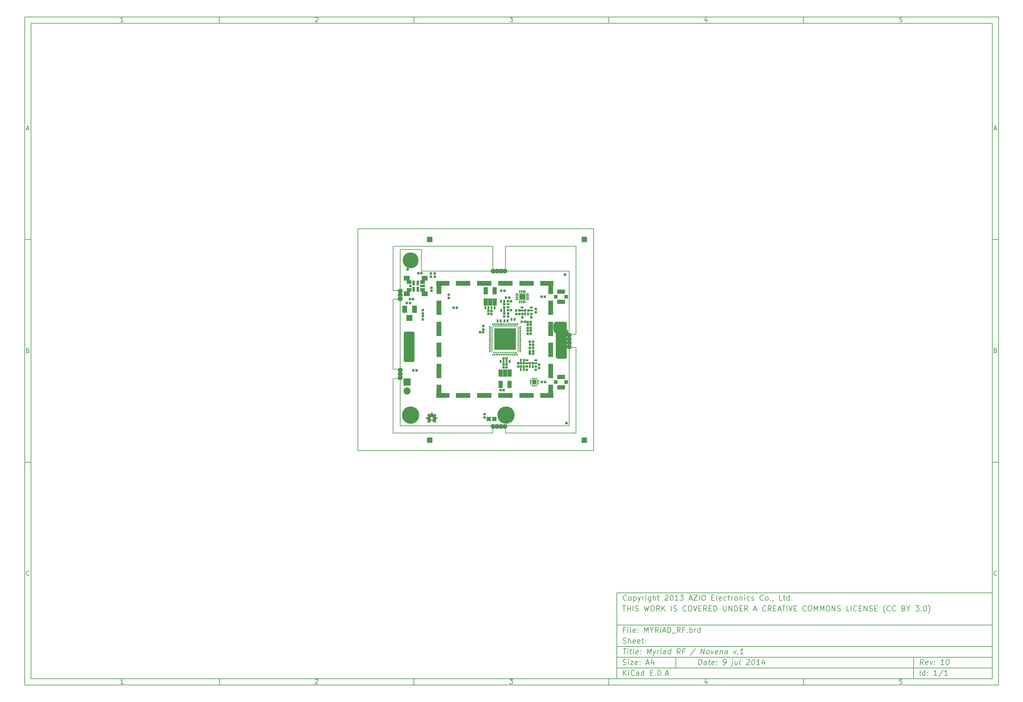
<source format=gts>
G04 (created by PCBNEW (2013-07-07 BZR 4022)-stable) date 09/07/2014 14:33:10*
%MOIN*%
G04 Gerber Fmt 3.4, Leading zero omitted, Abs format*
%FSLAX34Y34*%
G01*
G70*
G90*
G04 APERTURE LIST*
%ADD10C,0.00590551*%
%ADD11C,0.0077*%
%ADD12R,0.0592X0.0592*%
%ADD13C,0.0314961*%
%ADD14C,0.019637*%
%ADD15C,0.0554*%
%ADD16C,0.0357*%
%ADD17R,0.0273X0.0253*%
%ADD18R,0.0253X0.0273*%
%ADD19R,0.0218X0.0337*%
%ADD20R,0.0337X0.0218*%
%ADD21R,0.0273X0.0273*%
%ADD22C,0.193228*%
%ADD23R,0.0453X0.0803*%
%ADD24R,0.0357X0.0409*%
%ADD25R,0.022X0.0314*%
%ADD26R,0.0476X0.0295*%
%ADD27R,0.0527X0.0295*%
%ADD28R,0.0554X0.0295*%
%ADD29R,0.0759X0.0295*%
%ADD30R,0.0219X0.0295*%
%ADD31R,0.0219X0.0283*%
%ADD32R,0.022X0.0295*%
%ADD33R,0.0219X0.0371*%
%ADD34R,0.0219X0.0542*%
%ADD35R,0.0219X0.0504*%
%ADD36R,0.0219X0.0294*%
%ADD37R,0.0219X0.0409*%
%ADD38R,0.0219X0.058*%
%ADD39R,0.0219X0.0675*%
%ADD40R,0.0219X0.0789*%
%ADD41R,0.0219X0.0846*%
%ADD42R,0.0219X0.0903*%
%ADD43R,0.0219X0.0979*%
%ADD44R,0.0219X0.0485*%
%ADD45R,0.0219X0.0447*%
%ADD46R,0.0219X0.0428*%
%ADD47R,0.0219X0.039*%
%ADD48R,0.0219X0.0333*%
%ADD49R,0.0219X0.0276*%
%ADD50R,0.0219X0.0238*%
%ADD51R,0.0219X0.0637*%
%ADD52R,0.0219X0.0751*%
%ADD53R,0.0219X0.0314*%
%ADD54R,0.0219X0.0257*%
%ADD55R,0.022X0.034*%
%ADD56R,0.0219X0.0535*%
%ADD57R,0.0219X0.0352*%
%ADD58R,0.0219X0.0561*%
%ADD59R,0.0219X0.0599*%
%ADD60R,0.0219X0.0523*%
%ADD61R,0.0219X0.0466*%
%ADD62R,0.0791X0.0295*%
%ADD63R,0.0357X0.0295*%
%ADD64R,0.022X0.058*%
%ADD65R,0.0219X0.0618*%
%ADD66R,0.0495X0.0295*%
%ADD67R,0.0417X0.0295*%
%ADD68R,0.0924X0.0295*%
%ADD69R,0.0219X0.3981*%
%ADD70R,0.0129921X0.0248031*%
%ADD71R,0.0248031X0.0129921*%
%ADD72R,0.0464567X0.0464567*%
%ADD73R,0.240146X0.240146*%
%ADD74R,0.0235X0.0393*%
%ADD75R,0.0155X0.0155*%
%ADD76R,0.0155X0.0215*%
%ADD77R,0.0215X0.0155*%
%ADD78R,0.0711811X0.0711811*%
%ADD79R,0.0554331X0.0829921*%
%ADD80R,0.0797X0.0797*%
%ADD81C,0.0797*%
%ADD82R,0.066974X0.055074*%
%ADD83R,0.0314961X0.0570866*%
%ADD84R,0.0570866X0.0433071*%
%ADD85R,0.0275591X0.0314961*%
%ADD86R,0.0570866X0.0314961*%
%ADD87R,0.0514X0.0514*%
%ADD88C,0.17748*%
%ADD89R,0.070837X0.070837*%
%ADD90O,0.037437X0.015637*%
%ADD91O,0.037437X0.016137*%
%ADD92O,0.037437X0.015737*%
%ADD93O,0.015737X0.037437*%
%ADD94R,0.015737X0.037437*%
%ADD95O,0.016137X0.037437*%
%ADD96R,0.0433071X0.0433071*%
%ADD97R,0.0905512X0.0452756*%
%ADD98R,0.1649X0.0546*%
%ADD99R,0.1453X0.0546*%
%ADD100R,0.0546X0.1453*%
%ADD101R,0.0546X0.1649*%
%ADD102R,0.0216992X0.00849921*%
%ADD103R,0.0238992X0.00849921*%
%ADD104R,0.0260992X0.00849921*%
%ADD105R,0.0106992X0.00849921*%
%ADD106R,0.0128992X0.00849921*%
%ADD107R,0.0150992X0.00849921*%
%ADD108R,0.0172992X0.00849921*%
%ADD109R,0.0370992X0.00849921*%
%ADD110R,0.0480992X0.00849921*%
%ADD111R,0.0282992X0.00849921*%
%ADD112R,0.100899X0.00849921*%
%ADD113R,0.0964992X0.00849921*%
%ADD114R,0.0920992X0.00849921*%
%ADD115R,0.0898992X0.00849921*%
%ADD116R,0.0876992X0.00849921*%
%ADD117R,0.0832992X0.00849921*%
%ADD118R,0.0436992X0.00849921*%
%ADD119R,0.0392992X0.00849921*%
%ADD120R,0.0414992X0.00849921*%
%ADD121R,0.0458992X0.00849921*%
%ADD122R,0.0502992X0.00849921*%
%ADD123R,0.0524992X0.00849921*%
%ADD124R,0.0348992X0.00849921*%
%ADD125R,0.00849921X0.00849921*%
%ADD126R,0.0194992X0.00849921*%
%ADD127C,0.0039*%
G04 APERTURE END LIST*
G54D10*
X4000Y-4000D02*
X112930Y-4000D01*
X112930Y-78680D01*
X4000Y-78680D01*
X4000Y-4000D01*
X4700Y-4700D02*
X112230Y-4700D01*
X112230Y-77980D01*
X4700Y-77980D01*
X4700Y-4700D01*
X25780Y-4000D02*
X25780Y-4700D01*
X15032Y-4552D02*
X14747Y-4552D01*
X14890Y-4552D02*
X14890Y-4052D01*
X14842Y-4123D01*
X14794Y-4171D01*
X14747Y-4195D01*
X25780Y-78680D02*
X25780Y-77980D01*
X15032Y-78532D02*
X14747Y-78532D01*
X14890Y-78532D02*
X14890Y-78032D01*
X14842Y-78103D01*
X14794Y-78151D01*
X14747Y-78175D01*
X47560Y-4000D02*
X47560Y-4700D01*
X36527Y-4100D02*
X36550Y-4076D01*
X36598Y-4052D01*
X36717Y-4052D01*
X36765Y-4076D01*
X36789Y-4100D01*
X36812Y-4147D01*
X36812Y-4195D01*
X36789Y-4266D01*
X36503Y-4552D01*
X36812Y-4552D01*
X47560Y-78680D02*
X47560Y-77980D01*
X36527Y-78080D02*
X36550Y-78056D01*
X36598Y-78032D01*
X36717Y-78032D01*
X36765Y-78056D01*
X36789Y-78080D01*
X36812Y-78127D01*
X36812Y-78175D01*
X36789Y-78246D01*
X36503Y-78532D01*
X36812Y-78532D01*
X69340Y-4000D02*
X69340Y-4700D01*
X58283Y-4052D02*
X58592Y-4052D01*
X58426Y-4242D01*
X58497Y-4242D01*
X58545Y-4266D01*
X58569Y-4290D01*
X58592Y-4338D01*
X58592Y-4457D01*
X58569Y-4504D01*
X58545Y-4528D01*
X58497Y-4552D01*
X58354Y-4552D01*
X58307Y-4528D01*
X58283Y-4504D01*
X69340Y-78680D02*
X69340Y-77980D01*
X58283Y-78032D02*
X58592Y-78032D01*
X58426Y-78222D01*
X58497Y-78222D01*
X58545Y-78246D01*
X58569Y-78270D01*
X58592Y-78318D01*
X58592Y-78437D01*
X58569Y-78484D01*
X58545Y-78508D01*
X58497Y-78532D01*
X58354Y-78532D01*
X58307Y-78508D01*
X58283Y-78484D01*
X91120Y-4000D02*
X91120Y-4700D01*
X80325Y-4219D02*
X80325Y-4552D01*
X80206Y-4028D02*
X80087Y-4385D01*
X80396Y-4385D01*
X91120Y-78680D02*
X91120Y-77980D01*
X80325Y-78199D02*
X80325Y-78532D01*
X80206Y-78008D02*
X80087Y-78365D01*
X80396Y-78365D01*
X102129Y-4052D02*
X101890Y-4052D01*
X101867Y-4290D01*
X101890Y-4266D01*
X101938Y-4242D01*
X102057Y-4242D01*
X102105Y-4266D01*
X102129Y-4290D01*
X102152Y-4338D01*
X102152Y-4457D01*
X102129Y-4504D01*
X102105Y-4528D01*
X102057Y-4552D01*
X101938Y-4552D01*
X101890Y-4528D01*
X101867Y-4504D01*
X102129Y-78032D02*
X101890Y-78032D01*
X101867Y-78270D01*
X101890Y-78246D01*
X101938Y-78222D01*
X102057Y-78222D01*
X102105Y-78246D01*
X102129Y-78270D01*
X102152Y-78318D01*
X102152Y-78437D01*
X102129Y-78484D01*
X102105Y-78508D01*
X102057Y-78532D01*
X101938Y-78532D01*
X101890Y-78508D01*
X101867Y-78484D01*
X4000Y-28890D02*
X4700Y-28890D01*
X4230Y-16509D02*
X4469Y-16509D01*
X4183Y-16652D02*
X4350Y-16152D01*
X4516Y-16652D01*
X112930Y-28890D02*
X112230Y-28890D01*
X112460Y-16509D02*
X112699Y-16509D01*
X112413Y-16652D02*
X112580Y-16152D01*
X112746Y-16652D01*
X4000Y-53780D02*
X4700Y-53780D01*
X4385Y-41280D02*
X4457Y-41304D01*
X4480Y-41328D01*
X4504Y-41375D01*
X4504Y-41447D01*
X4480Y-41494D01*
X4457Y-41518D01*
X4409Y-41542D01*
X4219Y-41542D01*
X4219Y-41042D01*
X4385Y-41042D01*
X4433Y-41066D01*
X4457Y-41090D01*
X4480Y-41137D01*
X4480Y-41185D01*
X4457Y-41232D01*
X4433Y-41256D01*
X4385Y-41280D01*
X4219Y-41280D01*
X112930Y-53780D02*
X112230Y-53780D01*
X112615Y-41280D02*
X112687Y-41304D01*
X112710Y-41328D01*
X112734Y-41375D01*
X112734Y-41447D01*
X112710Y-41494D01*
X112687Y-41518D01*
X112639Y-41542D01*
X112449Y-41542D01*
X112449Y-41042D01*
X112615Y-41042D01*
X112663Y-41066D01*
X112687Y-41090D01*
X112710Y-41137D01*
X112710Y-41185D01*
X112687Y-41232D01*
X112663Y-41256D01*
X112615Y-41280D01*
X112449Y-41280D01*
X4504Y-66384D02*
X4480Y-66408D01*
X4409Y-66432D01*
X4361Y-66432D01*
X4290Y-66408D01*
X4242Y-66360D01*
X4219Y-66313D01*
X4195Y-66218D01*
X4195Y-66146D01*
X4219Y-66051D01*
X4242Y-66003D01*
X4290Y-65956D01*
X4361Y-65932D01*
X4409Y-65932D01*
X4480Y-65956D01*
X4504Y-65980D01*
X112734Y-66384D02*
X112710Y-66408D01*
X112639Y-66432D01*
X112591Y-66432D01*
X112520Y-66408D01*
X112472Y-66360D01*
X112449Y-66313D01*
X112425Y-66218D01*
X112425Y-66146D01*
X112449Y-66051D01*
X112472Y-66003D01*
X112520Y-65956D01*
X112591Y-65932D01*
X112639Y-65932D01*
X112710Y-65956D01*
X112734Y-65980D01*
X79380Y-76422D02*
X79455Y-75822D01*
X79597Y-75822D01*
X79680Y-75851D01*
X79730Y-75908D01*
X79751Y-75965D01*
X79765Y-76080D01*
X79755Y-76165D01*
X79712Y-76280D01*
X79676Y-76337D01*
X79612Y-76394D01*
X79522Y-76422D01*
X79380Y-76422D01*
X80237Y-76422D02*
X80276Y-76108D01*
X80255Y-76051D01*
X80201Y-76022D01*
X80087Y-76022D01*
X80026Y-76051D01*
X80240Y-76394D02*
X80180Y-76422D01*
X80037Y-76422D01*
X79983Y-76394D01*
X79962Y-76337D01*
X79969Y-76280D01*
X80005Y-76222D01*
X80065Y-76194D01*
X80208Y-76194D01*
X80269Y-76165D01*
X80487Y-76022D02*
X80715Y-76022D01*
X80597Y-75822D02*
X80533Y-76337D01*
X80555Y-76394D01*
X80608Y-76422D01*
X80665Y-76422D01*
X81097Y-76394D02*
X81037Y-76422D01*
X80922Y-76422D01*
X80869Y-76394D01*
X80847Y-76337D01*
X80876Y-76108D01*
X80912Y-76051D01*
X80972Y-76022D01*
X81087Y-76022D01*
X81140Y-76051D01*
X81162Y-76108D01*
X81155Y-76165D01*
X80862Y-76222D01*
X81387Y-76365D02*
X81412Y-76394D01*
X81380Y-76422D01*
X81355Y-76394D01*
X81387Y-76365D01*
X81380Y-76422D01*
X81426Y-76051D02*
X81451Y-76080D01*
X81419Y-76108D01*
X81394Y-76080D01*
X81426Y-76051D01*
X81419Y-76108D01*
X82151Y-76422D02*
X82265Y-76422D01*
X82326Y-76394D01*
X82358Y-76365D01*
X82426Y-76280D01*
X82469Y-76165D01*
X82497Y-75937D01*
X82476Y-75880D01*
X82451Y-75851D01*
X82397Y-75822D01*
X82283Y-75822D01*
X82222Y-75851D01*
X82190Y-75880D01*
X82155Y-75937D01*
X82137Y-76080D01*
X82158Y-76137D01*
X82183Y-76165D01*
X82237Y-76194D01*
X82351Y-76194D01*
X82412Y-76165D01*
X82444Y-76137D01*
X82480Y-76080D01*
X83201Y-76022D02*
X83137Y-76537D01*
X83101Y-76594D01*
X83040Y-76622D01*
X83012Y-76622D01*
X83226Y-75822D02*
X83194Y-75851D01*
X83219Y-75880D01*
X83251Y-75851D01*
X83226Y-75822D01*
X83219Y-75880D01*
X83744Y-76022D02*
X83694Y-76422D01*
X83487Y-76022D02*
X83447Y-76337D01*
X83469Y-76394D01*
X83522Y-76422D01*
X83608Y-76422D01*
X83669Y-76394D01*
X83701Y-76365D01*
X84065Y-76422D02*
X84012Y-76394D01*
X83990Y-76337D01*
X84055Y-75822D01*
X84790Y-75880D02*
X84822Y-75851D01*
X84883Y-75822D01*
X85026Y-75822D01*
X85080Y-75851D01*
X85105Y-75880D01*
X85126Y-75937D01*
X85119Y-75994D01*
X85080Y-76080D01*
X84694Y-76422D01*
X85065Y-76422D01*
X85512Y-75822D02*
X85569Y-75822D01*
X85622Y-75851D01*
X85647Y-75880D01*
X85669Y-75937D01*
X85683Y-76051D01*
X85665Y-76194D01*
X85622Y-76308D01*
X85587Y-76365D01*
X85555Y-76394D01*
X85494Y-76422D01*
X85437Y-76422D01*
X85383Y-76394D01*
X85358Y-76365D01*
X85337Y-76308D01*
X85322Y-76194D01*
X85340Y-76051D01*
X85383Y-75937D01*
X85419Y-75880D01*
X85451Y-75851D01*
X85512Y-75822D01*
X86208Y-76422D02*
X85865Y-76422D01*
X86037Y-76422D02*
X86112Y-75822D01*
X86044Y-75908D01*
X85980Y-75965D01*
X85919Y-75994D01*
X86772Y-76022D02*
X86722Y-76422D01*
X86658Y-75794D02*
X86462Y-76222D01*
X86833Y-76222D01*
X70972Y-77622D02*
X70972Y-77022D01*
X71315Y-77622D02*
X71058Y-77280D01*
X71315Y-77022D02*
X70972Y-77365D01*
X71572Y-77622D02*
X71572Y-77222D01*
X71572Y-77022D02*
X71544Y-77051D01*
X71572Y-77080D01*
X71601Y-77051D01*
X71572Y-77022D01*
X71572Y-77080D01*
X72201Y-77565D02*
X72172Y-77594D01*
X72087Y-77622D01*
X72030Y-77622D01*
X71944Y-77594D01*
X71887Y-77537D01*
X71858Y-77480D01*
X71830Y-77365D01*
X71830Y-77280D01*
X71858Y-77165D01*
X71887Y-77108D01*
X71944Y-77051D01*
X72030Y-77022D01*
X72087Y-77022D01*
X72172Y-77051D01*
X72201Y-77080D01*
X72715Y-77622D02*
X72715Y-77308D01*
X72687Y-77251D01*
X72630Y-77222D01*
X72515Y-77222D01*
X72458Y-77251D01*
X72715Y-77594D02*
X72658Y-77622D01*
X72515Y-77622D01*
X72458Y-77594D01*
X72430Y-77537D01*
X72430Y-77480D01*
X72458Y-77422D01*
X72515Y-77394D01*
X72658Y-77394D01*
X72715Y-77365D01*
X73258Y-77622D02*
X73258Y-77022D01*
X73258Y-77594D02*
X73201Y-77622D01*
X73087Y-77622D01*
X73030Y-77594D01*
X73001Y-77565D01*
X72972Y-77508D01*
X72972Y-77337D01*
X73001Y-77280D01*
X73030Y-77251D01*
X73087Y-77222D01*
X73201Y-77222D01*
X73258Y-77251D01*
X74001Y-77308D02*
X74201Y-77308D01*
X74287Y-77622D02*
X74001Y-77622D01*
X74001Y-77022D01*
X74287Y-77022D01*
X74544Y-77565D02*
X74572Y-77594D01*
X74544Y-77622D01*
X74515Y-77594D01*
X74544Y-77565D01*
X74544Y-77622D01*
X74829Y-77622D02*
X74829Y-77022D01*
X74972Y-77022D01*
X75058Y-77051D01*
X75115Y-77108D01*
X75144Y-77165D01*
X75172Y-77280D01*
X75172Y-77365D01*
X75144Y-77480D01*
X75115Y-77537D01*
X75058Y-77594D01*
X74972Y-77622D01*
X74829Y-77622D01*
X75429Y-77565D02*
X75458Y-77594D01*
X75429Y-77622D01*
X75401Y-77594D01*
X75429Y-77565D01*
X75429Y-77622D01*
X75687Y-77451D02*
X75972Y-77451D01*
X75629Y-77622D02*
X75829Y-77022D01*
X76029Y-77622D01*
X76229Y-77565D02*
X76258Y-77594D01*
X76229Y-77622D01*
X76201Y-77594D01*
X76229Y-77565D01*
X76229Y-77622D01*
X104522Y-76422D02*
X104358Y-76137D01*
X104180Y-76422D02*
X104255Y-75822D01*
X104483Y-75822D01*
X104537Y-75851D01*
X104562Y-75880D01*
X104583Y-75937D01*
X104572Y-76022D01*
X104537Y-76080D01*
X104505Y-76108D01*
X104444Y-76137D01*
X104215Y-76137D01*
X105012Y-76394D02*
X104951Y-76422D01*
X104837Y-76422D01*
X104783Y-76394D01*
X104762Y-76337D01*
X104790Y-76108D01*
X104826Y-76051D01*
X104887Y-76022D01*
X105001Y-76022D01*
X105055Y-76051D01*
X105076Y-76108D01*
X105069Y-76165D01*
X104776Y-76222D01*
X105287Y-76022D02*
X105380Y-76422D01*
X105572Y-76022D01*
X105758Y-76365D02*
X105783Y-76394D01*
X105751Y-76422D01*
X105726Y-76394D01*
X105758Y-76365D01*
X105751Y-76422D01*
X105797Y-76051D02*
X105822Y-76080D01*
X105790Y-76108D01*
X105765Y-76080D01*
X105797Y-76051D01*
X105790Y-76108D01*
X106808Y-76422D02*
X106465Y-76422D01*
X106637Y-76422D02*
X106712Y-75822D01*
X106644Y-75908D01*
X106580Y-75965D01*
X106519Y-75994D01*
X107255Y-75822D02*
X107312Y-75822D01*
X107365Y-75851D01*
X107390Y-75880D01*
X107412Y-75937D01*
X107426Y-76051D01*
X107408Y-76194D01*
X107365Y-76308D01*
X107330Y-76365D01*
X107297Y-76394D01*
X107237Y-76422D01*
X107180Y-76422D01*
X107126Y-76394D01*
X107101Y-76365D01*
X107080Y-76308D01*
X107065Y-76194D01*
X107083Y-76051D01*
X107126Y-75937D01*
X107162Y-75880D01*
X107194Y-75851D01*
X107255Y-75822D01*
X70944Y-76394D02*
X71030Y-76422D01*
X71172Y-76422D01*
X71230Y-76394D01*
X71258Y-76365D01*
X71287Y-76308D01*
X71287Y-76251D01*
X71258Y-76194D01*
X71230Y-76165D01*
X71172Y-76137D01*
X71058Y-76108D01*
X71001Y-76080D01*
X70972Y-76051D01*
X70944Y-75994D01*
X70944Y-75937D01*
X70972Y-75880D01*
X71001Y-75851D01*
X71058Y-75822D01*
X71201Y-75822D01*
X71287Y-75851D01*
X71544Y-76422D02*
X71544Y-76022D01*
X71544Y-75822D02*
X71515Y-75851D01*
X71544Y-75880D01*
X71572Y-75851D01*
X71544Y-75822D01*
X71544Y-75880D01*
X71772Y-76022D02*
X72087Y-76022D01*
X71772Y-76422D01*
X72087Y-76422D01*
X72544Y-76394D02*
X72487Y-76422D01*
X72372Y-76422D01*
X72315Y-76394D01*
X72287Y-76337D01*
X72287Y-76108D01*
X72315Y-76051D01*
X72372Y-76022D01*
X72487Y-76022D01*
X72544Y-76051D01*
X72572Y-76108D01*
X72572Y-76165D01*
X72287Y-76222D01*
X72830Y-76365D02*
X72858Y-76394D01*
X72830Y-76422D01*
X72801Y-76394D01*
X72830Y-76365D01*
X72830Y-76422D01*
X72830Y-76051D02*
X72858Y-76080D01*
X72830Y-76108D01*
X72801Y-76080D01*
X72830Y-76051D01*
X72830Y-76108D01*
X73544Y-76251D02*
X73830Y-76251D01*
X73487Y-76422D02*
X73687Y-75822D01*
X73887Y-76422D01*
X74344Y-76022D02*
X74344Y-76422D01*
X74201Y-75794D02*
X74058Y-76222D01*
X74430Y-76222D01*
X104172Y-77622D02*
X104172Y-77022D01*
X104715Y-77622D02*
X104715Y-77022D01*
X104715Y-77594D02*
X104658Y-77622D01*
X104544Y-77622D01*
X104487Y-77594D01*
X104458Y-77565D01*
X104430Y-77508D01*
X104430Y-77337D01*
X104458Y-77280D01*
X104487Y-77251D01*
X104544Y-77222D01*
X104658Y-77222D01*
X104715Y-77251D01*
X105001Y-77565D02*
X105030Y-77594D01*
X105001Y-77622D01*
X104972Y-77594D01*
X105001Y-77565D01*
X105001Y-77622D01*
X105001Y-77251D02*
X105030Y-77280D01*
X105001Y-77308D01*
X104972Y-77280D01*
X105001Y-77251D01*
X105001Y-77308D01*
X106058Y-77622D02*
X105715Y-77622D01*
X105887Y-77622D02*
X105887Y-77022D01*
X105829Y-77108D01*
X105772Y-77165D01*
X105715Y-77194D01*
X106744Y-76994D02*
X106230Y-77765D01*
X107258Y-77622D02*
X106915Y-77622D01*
X107087Y-77622D02*
X107087Y-77022D01*
X107029Y-77108D01*
X106972Y-77165D01*
X106915Y-77194D01*
X70969Y-74622D02*
X71312Y-74622D01*
X71065Y-75222D02*
X71140Y-74622D01*
X71437Y-75222D02*
X71487Y-74822D01*
X71512Y-74622D02*
X71480Y-74651D01*
X71505Y-74680D01*
X71537Y-74651D01*
X71512Y-74622D01*
X71505Y-74680D01*
X71687Y-74822D02*
X71915Y-74822D01*
X71797Y-74622D02*
X71733Y-75137D01*
X71755Y-75194D01*
X71808Y-75222D01*
X71865Y-75222D01*
X72151Y-75222D02*
X72097Y-75194D01*
X72076Y-75137D01*
X72140Y-74622D01*
X72612Y-75194D02*
X72551Y-75222D01*
X72437Y-75222D01*
X72383Y-75194D01*
X72362Y-75137D01*
X72390Y-74908D01*
X72426Y-74851D01*
X72487Y-74822D01*
X72601Y-74822D01*
X72655Y-74851D01*
X72676Y-74908D01*
X72669Y-74965D01*
X72376Y-75022D01*
X72901Y-75165D02*
X72926Y-75194D01*
X72894Y-75222D01*
X72869Y-75194D01*
X72901Y-75165D01*
X72894Y-75222D01*
X72940Y-74851D02*
X72965Y-74880D01*
X72933Y-74908D01*
X72908Y-74880D01*
X72940Y-74851D01*
X72933Y-74908D01*
X73637Y-75222D02*
X73712Y-74622D01*
X73858Y-75051D01*
X74112Y-74622D01*
X74037Y-75222D01*
X74315Y-74822D02*
X74408Y-75222D01*
X74601Y-74822D02*
X74408Y-75222D01*
X74333Y-75365D01*
X74301Y-75394D01*
X74240Y-75422D01*
X74780Y-75222D02*
X74830Y-74822D01*
X74815Y-74937D02*
X74851Y-74880D01*
X74883Y-74851D01*
X74944Y-74822D01*
X75001Y-74822D01*
X75151Y-75222D02*
X75201Y-74822D01*
X75226Y-74622D02*
X75194Y-74651D01*
X75219Y-74680D01*
X75251Y-74651D01*
X75226Y-74622D01*
X75219Y-74680D01*
X75694Y-75222D02*
X75733Y-74908D01*
X75712Y-74851D01*
X75658Y-74822D01*
X75544Y-74822D01*
X75483Y-74851D01*
X75697Y-75194D02*
X75637Y-75222D01*
X75494Y-75222D01*
X75440Y-75194D01*
X75419Y-75137D01*
X75426Y-75080D01*
X75462Y-75022D01*
X75522Y-74994D01*
X75665Y-74994D01*
X75726Y-74965D01*
X76237Y-75222D02*
X76312Y-74622D01*
X76240Y-75194D02*
X76180Y-75222D01*
X76065Y-75222D01*
X76012Y-75194D01*
X75987Y-75165D01*
X75965Y-75108D01*
X75987Y-74937D01*
X76022Y-74880D01*
X76055Y-74851D01*
X76115Y-74822D01*
X76230Y-74822D01*
X76283Y-74851D01*
X77322Y-75222D02*
X77158Y-74937D01*
X76980Y-75222D02*
X77055Y-74622D01*
X77283Y-74622D01*
X77337Y-74651D01*
X77362Y-74680D01*
X77383Y-74737D01*
X77372Y-74822D01*
X77337Y-74880D01*
X77305Y-74908D01*
X77244Y-74937D01*
X77015Y-74937D01*
X77819Y-74908D02*
X77619Y-74908D01*
X77580Y-75222D02*
X77655Y-74622D01*
X77940Y-74622D01*
X79058Y-74594D02*
X78447Y-75365D01*
X79637Y-75222D02*
X79712Y-74622D01*
X79980Y-75222D01*
X80055Y-74622D01*
X80351Y-75222D02*
X80297Y-75194D01*
X80272Y-75165D01*
X80251Y-75108D01*
X80272Y-74937D01*
X80308Y-74880D01*
X80340Y-74851D01*
X80401Y-74822D01*
X80487Y-74822D01*
X80540Y-74851D01*
X80565Y-74880D01*
X80587Y-74937D01*
X80565Y-75108D01*
X80530Y-75165D01*
X80497Y-75194D01*
X80437Y-75222D01*
X80351Y-75222D01*
X80801Y-74822D02*
X80894Y-75222D01*
X81087Y-74822D01*
X81497Y-75194D02*
X81437Y-75222D01*
X81322Y-75222D01*
X81269Y-75194D01*
X81247Y-75137D01*
X81276Y-74908D01*
X81312Y-74851D01*
X81372Y-74822D01*
X81487Y-74822D01*
X81540Y-74851D01*
X81562Y-74908D01*
X81555Y-74965D01*
X81262Y-75022D01*
X81830Y-74822D02*
X81780Y-75222D01*
X81822Y-74880D02*
X81855Y-74851D01*
X81915Y-74822D01*
X82001Y-74822D01*
X82055Y-74851D01*
X82076Y-74908D01*
X82037Y-75222D01*
X82580Y-75222D02*
X82619Y-74908D01*
X82597Y-74851D01*
X82544Y-74822D01*
X82430Y-74822D01*
X82369Y-74851D01*
X82583Y-75194D02*
X82522Y-75222D01*
X82380Y-75222D01*
X82326Y-75194D01*
X82305Y-75137D01*
X82312Y-75080D01*
X82347Y-75022D01*
X82408Y-74994D01*
X82551Y-74994D01*
X82612Y-74965D01*
X83315Y-74822D02*
X83408Y-75222D01*
X83601Y-74822D01*
X83787Y-75165D02*
X83812Y-75194D01*
X83780Y-75222D01*
X83755Y-75194D01*
X83787Y-75165D01*
X83780Y-75222D01*
X84380Y-75222D02*
X84037Y-75222D01*
X84208Y-75222D02*
X84283Y-74622D01*
X84215Y-74708D01*
X84151Y-74765D01*
X84090Y-74794D01*
X71172Y-72508D02*
X70972Y-72508D01*
X70972Y-72822D02*
X70972Y-72222D01*
X71258Y-72222D01*
X71487Y-72822D02*
X71487Y-72422D01*
X71487Y-72222D02*
X71458Y-72251D01*
X71487Y-72280D01*
X71515Y-72251D01*
X71487Y-72222D01*
X71487Y-72280D01*
X71858Y-72822D02*
X71801Y-72794D01*
X71772Y-72737D01*
X71772Y-72222D01*
X72315Y-72794D02*
X72258Y-72822D01*
X72144Y-72822D01*
X72087Y-72794D01*
X72058Y-72737D01*
X72058Y-72508D01*
X72087Y-72451D01*
X72144Y-72422D01*
X72258Y-72422D01*
X72315Y-72451D01*
X72344Y-72508D01*
X72344Y-72565D01*
X72058Y-72622D01*
X72601Y-72765D02*
X72630Y-72794D01*
X72601Y-72822D01*
X72572Y-72794D01*
X72601Y-72765D01*
X72601Y-72822D01*
X72601Y-72451D02*
X72630Y-72480D01*
X72601Y-72508D01*
X72572Y-72480D01*
X72601Y-72451D01*
X72601Y-72508D01*
X73344Y-72822D02*
X73344Y-72222D01*
X73544Y-72651D01*
X73744Y-72222D01*
X73744Y-72822D01*
X74144Y-72537D02*
X74144Y-72822D01*
X73944Y-72222D02*
X74144Y-72537D01*
X74344Y-72222D01*
X74887Y-72822D02*
X74687Y-72537D01*
X74544Y-72822D02*
X74544Y-72222D01*
X74772Y-72222D01*
X74830Y-72251D01*
X74858Y-72280D01*
X74887Y-72337D01*
X74887Y-72422D01*
X74858Y-72480D01*
X74830Y-72508D01*
X74772Y-72537D01*
X74544Y-72537D01*
X75144Y-72822D02*
X75144Y-72222D01*
X75401Y-72651D02*
X75687Y-72651D01*
X75344Y-72822D02*
X75544Y-72222D01*
X75744Y-72822D01*
X75944Y-72822D02*
X75944Y-72222D01*
X76087Y-72222D01*
X76172Y-72251D01*
X76230Y-72308D01*
X76258Y-72365D01*
X76287Y-72480D01*
X76287Y-72565D01*
X76258Y-72680D01*
X76230Y-72737D01*
X76172Y-72794D01*
X76087Y-72822D01*
X75944Y-72822D01*
X76401Y-72880D02*
X76858Y-72880D01*
X77344Y-72822D02*
X77144Y-72537D01*
X77001Y-72822D02*
X77001Y-72222D01*
X77230Y-72222D01*
X77287Y-72251D01*
X77315Y-72280D01*
X77344Y-72337D01*
X77344Y-72422D01*
X77315Y-72480D01*
X77287Y-72508D01*
X77230Y-72537D01*
X77001Y-72537D01*
X77801Y-72508D02*
X77601Y-72508D01*
X77601Y-72822D02*
X77601Y-72222D01*
X77887Y-72222D01*
X78115Y-72765D02*
X78144Y-72794D01*
X78115Y-72822D01*
X78087Y-72794D01*
X78115Y-72765D01*
X78115Y-72822D01*
X78401Y-72822D02*
X78401Y-72222D01*
X78401Y-72451D02*
X78458Y-72422D01*
X78572Y-72422D01*
X78630Y-72451D01*
X78658Y-72480D01*
X78687Y-72537D01*
X78687Y-72708D01*
X78658Y-72765D01*
X78630Y-72794D01*
X78572Y-72822D01*
X78458Y-72822D01*
X78401Y-72794D01*
X78944Y-72822D02*
X78944Y-72422D01*
X78944Y-72537D02*
X78972Y-72480D01*
X79001Y-72451D01*
X79058Y-72422D01*
X79115Y-72422D01*
X79572Y-72822D02*
X79572Y-72222D01*
X79572Y-72794D02*
X79515Y-72822D01*
X79401Y-72822D01*
X79344Y-72794D01*
X79315Y-72765D01*
X79287Y-72708D01*
X79287Y-72537D01*
X79315Y-72480D01*
X79344Y-72451D01*
X79401Y-72422D01*
X79515Y-72422D01*
X79572Y-72451D01*
X70944Y-73994D02*
X71030Y-74022D01*
X71172Y-74022D01*
X71230Y-73994D01*
X71258Y-73965D01*
X71287Y-73908D01*
X71287Y-73851D01*
X71258Y-73794D01*
X71230Y-73765D01*
X71172Y-73737D01*
X71058Y-73708D01*
X71001Y-73680D01*
X70972Y-73651D01*
X70944Y-73594D01*
X70944Y-73537D01*
X70972Y-73480D01*
X71001Y-73451D01*
X71058Y-73422D01*
X71201Y-73422D01*
X71287Y-73451D01*
X71544Y-74022D02*
X71544Y-73422D01*
X71801Y-74022D02*
X71801Y-73708D01*
X71772Y-73651D01*
X71715Y-73622D01*
X71630Y-73622D01*
X71572Y-73651D01*
X71544Y-73680D01*
X72315Y-73994D02*
X72258Y-74022D01*
X72144Y-74022D01*
X72087Y-73994D01*
X72058Y-73937D01*
X72058Y-73708D01*
X72087Y-73651D01*
X72144Y-73622D01*
X72258Y-73622D01*
X72315Y-73651D01*
X72344Y-73708D01*
X72344Y-73765D01*
X72058Y-73822D01*
X72830Y-73994D02*
X72772Y-74022D01*
X72658Y-74022D01*
X72601Y-73994D01*
X72572Y-73937D01*
X72572Y-73708D01*
X72601Y-73651D01*
X72658Y-73622D01*
X72772Y-73622D01*
X72830Y-73651D01*
X72858Y-73708D01*
X72858Y-73765D01*
X72572Y-73822D01*
X73030Y-73622D02*
X73258Y-73622D01*
X73115Y-73422D02*
X73115Y-73937D01*
X73144Y-73994D01*
X73201Y-74022D01*
X73258Y-74022D01*
X73458Y-73965D02*
X73487Y-73994D01*
X73458Y-74022D01*
X73430Y-73994D01*
X73458Y-73965D01*
X73458Y-74022D01*
X73458Y-73651D02*
X73487Y-73680D01*
X73458Y-73708D01*
X73430Y-73680D01*
X73458Y-73651D01*
X73458Y-73708D01*
X70887Y-69822D02*
X71230Y-69822D01*
X71058Y-70422D02*
X71058Y-69822D01*
X71430Y-70422D02*
X71430Y-69822D01*
X71430Y-70108D02*
X71772Y-70108D01*
X71772Y-70422D02*
X71772Y-69822D01*
X72058Y-70422D02*
X72058Y-69822D01*
X72315Y-70394D02*
X72401Y-70422D01*
X72544Y-70422D01*
X72601Y-70394D01*
X72629Y-70365D01*
X72658Y-70308D01*
X72658Y-70251D01*
X72629Y-70194D01*
X72601Y-70165D01*
X72544Y-70137D01*
X72429Y-70108D01*
X72372Y-70080D01*
X72344Y-70051D01*
X72315Y-69994D01*
X72315Y-69937D01*
X72344Y-69880D01*
X72372Y-69851D01*
X72429Y-69822D01*
X72572Y-69822D01*
X72658Y-69851D01*
X73315Y-69822D02*
X73458Y-70422D01*
X73572Y-69994D01*
X73687Y-70422D01*
X73830Y-69822D01*
X74172Y-69822D02*
X74287Y-69822D01*
X74344Y-69851D01*
X74401Y-69908D01*
X74430Y-70022D01*
X74430Y-70222D01*
X74401Y-70337D01*
X74344Y-70394D01*
X74287Y-70422D01*
X74172Y-70422D01*
X74115Y-70394D01*
X74058Y-70337D01*
X74030Y-70222D01*
X74030Y-70022D01*
X74058Y-69908D01*
X74115Y-69851D01*
X74172Y-69822D01*
X75029Y-70422D02*
X74829Y-70137D01*
X74687Y-70422D02*
X74687Y-69822D01*
X74915Y-69822D01*
X74972Y-69851D01*
X75001Y-69880D01*
X75029Y-69937D01*
X75029Y-70022D01*
X75001Y-70080D01*
X74972Y-70108D01*
X74915Y-70137D01*
X74687Y-70137D01*
X75287Y-70422D02*
X75287Y-69822D01*
X75629Y-70422D02*
X75372Y-70080D01*
X75629Y-69822D02*
X75287Y-70165D01*
X76344Y-70422D02*
X76344Y-69822D01*
X76601Y-70394D02*
X76687Y-70422D01*
X76829Y-70422D01*
X76887Y-70394D01*
X76915Y-70365D01*
X76944Y-70308D01*
X76944Y-70251D01*
X76915Y-70194D01*
X76887Y-70165D01*
X76829Y-70137D01*
X76715Y-70108D01*
X76658Y-70080D01*
X76629Y-70051D01*
X76601Y-69994D01*
X76601Y-69937D01*
X76629Y-69880D01*
X76658Y-69851D01*
X76715Y-69822D01*
X76858Y-69822D01*
X76944Y-69851D01*
X78001Y-70365D02*
X77972Y-70394D01*
X77887Y-70422D01*
X77830Y-70422D01*
X77744Y-70394D01*
X77687Y-70337D01*
X77658Y-70280D01*
X77630Y-70165D01*
X77630Y-70080D01*
X77658Y-69965D01*
X77687Y-69908D01*
X77744Y-69851D01*
X77830Y-69822D01*
X77887Y-69822D01*
X77972Y-69851D01*
X78001Y-69880D01*
X78372Y-69822D02*
X78487Y-69822D01*
X78544Y-69851D01*
X78601Y-69908D01*
X78630Y-70022D01*
X78630Y-70222D01*
X78601Y-70337D01*
X78544Y-70394D01*
X78487Y-70422D01*
X78372Y-70422D01*
X78315Y-70394D01*
X78258Y-70337D01*
X78230Y-70222D01*
X78230Y-70022D01*
X78258Y-69908D01*
X78315Y-69851D01*
X78372Y-69822D01*
X78801Y-69822D02*
X79001Y-70422D01*
X79201Y-69822D01*
X79401Y-70108D02*
X79601Y-70108D01*
X79687Y-70422D02*
X79401Y-70422D01*
X79401Y-69822D01*
X79687Y-69822D01*
X80287Y-70422D02*
X80087Y-70137D01*
X79944Y-70422D02*
X79944Y-69822D01*
X80172Y-69822D01*
X80229Y-69851D01*
X80258Y-69880D01*
X80287Y-69937D01*
X80287Y-70022D01*
X80258Y-70080D01*
X80229Y-70108D01*
X80172Y-70137D01*
X79944Y-70137D01*
X80544Y-70108D02*
X80744Y-70108D01*
X80829Y-70422D02*
X80544Y-70422D01*
X80544Y-69822D01*
X80829Y-69822D01*
X81087Y-70422D02*
X81087Y-69822D01*
X81229Y-69822D01*
X81315Y-69851D01*
X81372Y-69908D01*
X81401Y-69965D01*
X81429Y-70080D01*
X81429Y-70165D01*
X81401Y-70280D01*
X81372Y-70337D01*
X81315Y-70394D01*
X81229Y-70422D01*
X81087Y-70422D01*
X82144Y-69822D02*
X82144Y-70308D01*
X82172Y-70365D01*
X82201Y-70394D01*
X82258Y-70422D01*
X82372Y-70422D01*
X82429Y-70394D01*
X82458Y-70365D01*
X82487Y-70308D01*
X82487Y-69822D01*
X82772Y-70422D02*
X82772Y-69822D01*
X83115Y-70422D01*
X83115Y-69822D01*
X83401Y-70422D02*
X83401Y-69822D01*
X83544Y-69822D01*
X83629Y-69851D01*
X83687Y-69908D01*
X83715Y-69965D01*
X83744Y-70080D01*
X83744Y-70165D01*
X83715Y-70280D01*
X83687Y-70337D01*
X83629Y-70394D01*
X83544Y-70422D01*
X83401Y-70422D01*
X84001Y-70108D02*
X84201Y-70108D01*
X84287Y-70422D02*
X84001Y-70422D01*
X84001Y-69822D01*
X84287Y-69822D01*
X84887Y-70422D02*
X84687Y-70137D01*
X84544Y-70422D02*
X84544Y-69822D01*
X84772Y-69822D01*
X84829Y-69851D01*
X84858Y-69880D01*
X84887Y-69937D01*
X84887Y-70022D01*
X84858Y-70080D01*
X84829Y-70108D01*
X84772Y-70137D01*
X84544Y-70137D01*
X85572Y-70251D02*
X85858Y-70251D01*
X85515Y-70422D02*
X85715Y-69822D01*
X85915Y-70422D01*
X86915Y-70365D02*
X86887Y-70394D01*
X86801Y-70422D01*
X86744Y-70422D01*
X86658Y-70394D01*
X86601Y-70337D01*
X86572Y-70280D01*
X86544Y-70165D01*
X86544Y-70080D01*
X86572Y-69965D01*
X86601Y-69908D01*
X86658Y-69851D01*
X86744Y-69822D01*
X86801Y-69822D01*
X86887Y-69851D01*
X86915Y-69880D01*
X87515Y-70422D02*
X87315Y-70137D01*
X87172Y-70422D02*
X87172Y-69822D01*
X87401Y-69822D01*
X87458Y-69851D01*
X87487Y-69880D01*
X87515Y-69937D01*
X87515Y-70022D01*
X87487Y-70080D01*
X87458Y-70108D01*
X87401Y-70137D01*
X87172Y-70137D01*
X87772Y-70108D02*
X87972Y-70108D01*
X88058Y-70422D02*
X87772Y-70422D01*
X87772Y-69822D01*
X88058Y-69822D01*
X88287Y-70251D02*
X88572Y-70251D01*
X88229Y-70422D02*
X88429Y-69822D01*
X88629Y-70422D01*
X88744Y-69822D02*
X89087Y-69822D01*
X88915Y-70422D02*
X88915Y-69822D01*
X89287Y-70422D02*
X89287Y-69822D01*
X89487Y-69822D02*
X89687Y-70422D01*
X89887Y-69822D01*
X90087Y-70108D02*
X90287Y-70108D01*
X90372Y-70422D02*
X90087Y-70422D01*
X90087Y-69822D01*
X90372Y-69822D01*
X91429Y-70365D02*
X91401Y-70394D01*
X91315Y-70422D01*
X91258Y-70422D01*
X91172Y-70394D01*
X91115Y-70337D01*
X91087Y-70280D01*
X91058Y-70165D01*
X91058Y-70080D01*
X91087Y-69965D01*
X91115Y-69908D01*
X91172Y-69851D01*
X91258Y-69822D01*
X91315Y-69822D01*
X91401Y-69851D01*
X91429Y-69880D01*
X91801Y-69822D02*
X91915Y-69822D01*
X91972Y-69851D01*
X92029Y-69908D01*
X92058Y-70022D01*
X92058Y-70222D01*
X92029Y-70337D01*
X91972Y-70394D01*
X91915Y-70422D01*
X91801Y-70422D01*
X91744Y-70394D01*
X91687Y-70337D01*
X91658Y-70222D01*
X91658Y-70022D01*
X91687Y-69908D01*
X91744Y-69851D01*
X91801Y-69822D01*
X92315Y-70422D02*
X92315Y-69822D01*
X92515Y-70251D01*
X92715Y-69822D01*
X92715Y-70422D01*
X93001Y-70422D02*
X93001Y-69822D01*
X93201Y-70251D01*
X93401Y-69822D01*
X93401Y-70422D01*
X93801Y-69822D02*
X93915Y-69822D01*
X93972Y-69851D01*
X94029Y-69908D01*
X94058Y-70022D01*
X94058Y-70222D01*
X94029Y-70337D01*
X93972Y-70394D01*
X93915Y-70422D01*
X93801Y-70422D01*
X93744Y-70394D01*
X93687Y-70337D01*
X93658Y-70222D01*
X93658Y-70022D01*
X93687Y-69908D01*
X93744Y-69851D01*
X93801Y-69822D01*
X94315Y-70422D02*
X94315Y-69822D01*
X94658Y-70422D01*
X94658Y-69822D01*
X94915Y-70394D02*
X95001Y-70422D01*
X95144Y-70422D01*
X95201Y-70394D01*
X95229Y-70365D01*
X95258Y-70308D01*
X95258Y-70251D01*
X95229Y-70194D01*
X95201Y-70165D01*
X95144Y-70137D01*
X95029Y-70108D01*
X94972Y-70080D01*
X94944Y-70051D01*
X94915Y-69994D01*
X94915Y-69937D01*
X94944Y-69880D01*
X94972Y-69851D01*
X95029Y-69822D01*
X95172Y-69822D01*
X95258Y-69851D01*
X96258Y-70422D02*
X95972Y-70422D01*
X95972Y-69822D01*
X96458Y-70422D02*
X96458Y-69822D01*
X97087Y-70365D02*
X97058Y-70394D01*
X96972Y-70422D01*
X96915Y-70422D01*
X96829Y-70394D01*
X96772Y-70337D01*
X96744Y-70280D01*
X96715Y-70165D01*
X96715Y-70080D01*
X96744Y-69965D01*
X96772Y-69908D01*
X96829Y-69851D01*
X96915Y-69822D01*
X96972Y-69822D01*
X97058Y-69851D01*
X97087Y-69880D01*
X97344Y-70108D02*
X97544Y-70108D01*
X97629Y-70422D02*
X97344Y-70422D01*
X97344Y-69822D01*
X97629Y-69822D01*
X97887Y-70422D02*
X97887Y-69822D01*
X98229Y-70422D01*
X98229Y-69822D01*
X98487Y-70394D02*
X98572Y-70422D01*
X98715Y-70422D01*
X98772Y-70394D01*
X98801Y-70365D01*
X98829Y-70308D01*
X98829Y-70251D01*
X98801Y-70194D01*
X98772Y-70165D01*
X98715Y-70137D01*
X98601Y-70108D01*
X98544Y-70080D01*
X98515Y-70051D01*
X98487Y-69994D01*
X98487Y-69937D01*
X98515Y-69880D01*
X98544Y-69851D01*
X98601Y-69822D01*
X98744Y-69822D01*
X98829Y-69851D01*
X99087Y-70108D02*
X99287Y-70108D01*
X99372Y-70422D02*
X99087Y-70422D01*
X99087Y-69822D01*
X99372Y-69822D01*
X100258Y-70651D02*
X100229Y-70622D01*
X100172Y-70537D01*
X100144Y-70480D01*
X100115Y-70394D01*
X100087Y-70251D01*
X100087Y-70137D01*
X100115Y-69994D01*
X100144Y-69908D01*
X100172Y-69851D01*
X100229Y-69765D01*
X100258Y-69737D01*
X100829Y-70365D02*
X100801Y-70394D01*
X100715Y-70422D01*
X100658Y-70422D01*
X100572Y-70394D01*
X100515Y-70337D01*
X100487Y-70280D01*
X100458Y-70165D01*
X100458Y-70080D01*
X100487Y-69965D01*
X100515Y-69908D01*
X100572Y-69851D01*
X100658Y-69822D01*
X100715Y-69822D01*
X100801Y-69851D01*
X100829Y-69880D01*
X101429Y-70365D02*
X101401Y-70394D01*
X101315Y-70422D01*
X101258Y-70422D01*
X101172Y-70394D01*
X101115Y-70337D01*
X101087Y-70280D01*
X101058Y-70165D01*
X101058Y-70080D01*
X101087Y-69965D01*
X101115Y-69908D01*
X101172Y-69851D01*
X101258Y-69822D01*
X101315Y-69822D01*
X101401Y-69851D01*
X101429Y-69880D01*
X102344Y-70108D02*
X102429Y-70137D01*
X102458Y-70165D01*
X102487Y-70222D01*
X102487Y-70308D01*
X102458Y-70365D01*
X102429Y-70394D01*
X102372Y-70422D01*
X102144Y-70422D01*
X102144Y-69822D01*
X102344Y-69822D01*
X102401Y-69851D01*
X102429Y-69880D01*
X102458Y-69937D01*
X102458Y-69994D01*
X102429Y-70051D01*
X102401Y-70080D01*
X102344Y-70108D01*
X102144Y-70108D01*
X102858Y-70137D02*
X102858Y-70422D01*
X102658Y-69822D02*
X102858Y-70137D01*
X103058Y-69822D01*
X103658Y-69822D02*
X104029Y-69822D01*
X103829Y-70051D01*
X103915Y-70051D01*
X103972Y-70080D01*
X104001Y-70108D01*
X104029Y-70165D01*
X104029Y-70308D01*
X104001Y-70365D01*
X103972Y-70394D01*
X103915Y-70422D01*
X103744Y-70422D01*
X103687Y-70394D01*
X103658Y-70365D01*
X104287Y-70365D02*
X104315Y-70394D01*
X104287Y-70422D01*
X104258Y-70394D01*
X104287Y-70365D01*
X104287Y-70422D01*
X104687Y-69822D02*
X104744Y-69822D01*
X104801Y-69851D01*
X104829Y-69880D01*
X104858Y-69937D01*
X104887Y-70051D01*
X104887Y-70194D01*
X104858Y-70308D01*
X104829Y-70365D01*
X104801Y-70394D01*
X104744Y-70422D01*
X104687Y-70422D01*
X104629Y-70394D01*
X104601Y-70365D01*
X104572Y-70308D01*
X104544Y-70194D01*
X104544Y-70051D01*
X104572Y-69937D01*
X104601Y-69880D01*
X104629Y-69851D01*
X104687Y-69822D01*
X105087Y-70651D02*
X105115Y-70622D01*
X105172Y-70537D01*
X105201Y-70480D01*
X105229Y-70394D01*
X105258Y-70251D01*
X105258Y-70137D01*
X105229Y-69994D01*
X105201Y-69908D01*
X105172Y-69851D01*
X105115Y-69765D01*
X105087Y-69737D01*
X71315Y-69165D02*
X71287Y-69194D01*
X71201Y-69222D01*
X71144Y-69222D01*
X71058Y-69194D01*
X71001Y-69137D01*
X70972Y-69080D01*
X70944Y-68965D01*
X70944Y-68880D01*
X70972Y-68765D01*
X71001Y-68708D01*
X71058Y-68651D01*
X71144Y-68622D01*
X71201Y-68622D01*
X71287Y-68651D01*
X71315Y-68680D01*
X71658Y-69222D02*
X71601Y-69194D01*
X71572Y-69165D01*
X71544Y-69108D01*
X71544Y-68937D01*
X71572Y-68880D01*
X71601Y-68851D01*
X71658Y-68822D01*
X71744Y-68822D01*
X71801Y-68851D01*
X71830Y-68880D01*
X71858Y-68937D01*
X71858Y-69108D01*
X71830Y-69165D01*
X71801Y-69194D01*
X71744Y-69222D01*
X71658Y-69222D01*
X72115Y-68822D02*
X72115Y-69422D01*
X72115Y-68851D02*
X72172Y-68822D01*
X72287Y-68822D01*
X72344Y-68851D01*
X72372Y-68880D01*
X72401Y-68937D01*
X72401Y-69108D01*
X72372Y-69165D01*
X72344Y-69194D01*
X72287Y-69222D01*
X72172Y-69222D01*
X72115Y-69194D01*
X72601Y-68822D02*
X72744Y-69222D01*
X72887Y-68822D02*
X72744Y-69222D01*
X72687Y-69365D01*
X72658Y-69394D01*
X72601Y-69422D01*
X73115Y-69222D02*
X73115Y-68822D01*
X73115Y-68937D02*
X73144Y-68880D01*
X73172Y-68851D01*
X73230Y-68822D01*
X73287Y-68822D01*
X73487Y-69222D02*
X73487Y-68822D01*
X73487Y-68622D02*
X73458Y-68651D01*
X73487Y-68680D01*
X73515Y-68651D01*
X73487Y-68622D01*
X73487Y-68680D01*
X74030Y-68822D02*
X74030Y-69308D01*
X74001Y-69365D01*
X73972Y-69394D01*
X73915Y-69422D01*
X73830Y-69422D01*
X73772Y-69394D01*
X74030Y-69194D02*
X73972Y-69222D01*
X73858Y-69222D01*
X73801Y-69194D01*
X73772Y-69165D01*
X73744Y-69108D01*
X73744Y-68937D01*
X73772Y-68880D01*
X73801Y-68851D01*
X73858Y-68822D01*
X73972Y-68822D01*
X74030Y-68851D01*
X74315Y-69222D02*
X74315Y-68622D01*
X74572Y-69222D02*
X74572Y-68908D01*
X74544Y-68851D01*
X74487Y-68822D01*
X74401Y-68822D01*
X74344Y-68851D01*
X74315Y-68880D01*
X74772Y-68822D02*
X75001Y-68822D01*
X74858Y-68622D02*
X74858Y-69137D01*
X74887Y-69194D01*
X74944Y-69222D01*
X75001Y-69222D01*
X75630Y-68680D02*
X75658Y-68651D01*
X75715Y-68622D01*
X75858Y-68622D01*
X75915Y-68651D01*
X75944Y-68680D01*
X75972Y-68737D01*
X75972Y-68794D01*
X75944Y-68880D01*
X75601Y-69222D01*
X75972Y-69222D01*
X76344Y-68622D02*
X76401Y-68622D01*
X76458Y-68651D01*
X76487Y-68680D01*
X76515Y-68737D01*
X76544Y-68851D01*
X76544Y-68994D01*
X76515Y-69108D01*
X76487Y-69165D01*
X76458Y-69194D01*
X76401Y-69222D01*
X76344Y-69222D01*
X76287Y-69194D01*
X76258Y-69165D01*
X76230Y-69108D01*
X76201Y-68994D01*
X76201Y-68851D01*
X76230Y-68737D01*
X76258Y-68680D01*
X76287Y-68651D01*
X76344Y-68622D01*
X77115Y-69222D02*
X76772Y-69222D01*
X76944Y-69222D02*
X76944Y-68622D01*
X76887Y-68708D01*
X76830Y-68765D01*
X76772Y-68794D01*
X77315Y-68622D02*
X77687Y-68622D01*
X77487Y-68851D01*
X77572Y-68851D01*
X77630Y-68880D01*
X77658Y-68908D01*
X77687Y-68965D01*
X77687Y-69108D01*
X77658Y-69165D01*
X77630Y-69194D01*
X77572Y-69222D01*
X77401Y-69222D01*
X77344Y-69194D01*
X77315Y-69165D01*
X78372Y-69051D02*
X78658Y-69051D01*
X78315Y-69222D02*
X78515Y-68622D01*
X78715Y-69222D01*
X78858Y-68622D02*
X79258Y-68622D01*
X78858Y-69222D01*
X79258Y-69222D01*
X79487Y-69222D02*
X79487Y-68622D01*
X79887Y-68622D02*
X80001Y-68622D01*
X80058Y-68651D01*
X80115Y-68708D01*
X80144Y-68822D01*
X80144Y-69022D01*
X80115Y-69137D01*
X80058Y-69194D01*
X80001Y-69222D01*
X79887Y-69222D01*
X79830Y-69194D01*
X79772Y-69137D01*
X79744Y-69022D01*
X79744Y-68822D01*
X79772Y-68708D01*
X79830Y-68651D01*
X79887Y-68622D01*
X80858Y-68908D02*
X81058Y-68908D01*
X81144Y-69222D02*
X80858Y-69222D01*
X80858Y-68622D01*
X81144Y-68622D01*
X81487Y-69222D02*
X81430Y-69194D01*
X81401Y-69137D01*
X81401Y-68622D01*
X81944Y-69194D02*
X81887Y-69222D01*
X81772Y-69222D01*
X81715Y-69194D01*
X81687Y-69137D01*
X81687Y-68908D01*
X81715Y-68851D01*
X81772Y-68822D01*
X81887Y-68822D01*
X81944Y-68851D01*
X81972Y-68908D01*
X81972Y-68965D01*
X81687Y-69022D01*
X82487Y-69194D02*
X82430Y-69222D01*
X82315Y-69222D01*
X82258Y-69194D01*
X82230Y-69165D01*
X82201Y-69108D01*
X82201Y-68937D01*
X82230Y-68880D01*
X82258Y-68851D01*
X82315Y-68822D01*
X82430Y-68822D01*
X82487Y-68851D01*
X82658Y-68822D02*
X82887Y-68822D01*
X82744Y-68622D02*
X82744Y-69137D01*
X82772Y-69194D01*
X82830Y-69222D01*
X82887Y-69222D01*
X83087Y-69222D02*
X83087Y-68822D01*
X83087Y-68937D02*
X83115Y-68880D01*
X83144Y-68851D01*
X83201Y-68822D01*
X83258Y-68822D01*
X83544Y-69222D02*
X83487Y-69194D01*
X83458Y-69165D01*
X83430Y-69108D01*
X83430Y-68937D01*
X83458Y-68880D01*
X83487Y-68851D01*
X83544Y-68822D01*
X83630Y-68822D01*
X83687Y-68851D01*
X83715Y-68880D01*
X83744Y-68937D01*
X83744Y-69108D01*
X83715Y-69165D01*
X83687Y-69194D01*
X83630Y-69222D01*
X83544Y-69222D01*
X84001Y-68822D02*
X84001Y-69222D01*
X84001Y-68880D02*
X84030Y-68851D01*
X84087Y-68822D01*
X84172Y-68822D01*
X84230Y-68851D01*
X84258Y-68908D01*
X84258Y-69222D01*
X84544Y-69222D02*
X84544Y-68822D01*
X84544Y-68622D02*
X84515Y-68651D01*
X84544Y-68680D01*
X84572Y-68651D01*
X84544Y-68622D01*
X84544Y-68680D01*
X85087Y-69194D02*
X85030Y-69222D01*
X84915Y-69222D01*
X84858Y-69194D01*
X84830Y-69165D01*
X84801Y-69108D01*
X84801Y-68937D01*
X84830Y-68880D01*
X84858Y-68851D01*
X84915Y-68822D01*
X85030Y-68822D01*
X85087Y-68851D01*
X85315Y-69194D02*
X85372Y-69222D01*
X85487Y-69222D01*
X85544Y-69194D01*
X85572Y-69137D01*
X85572Y-69108D01*
X85544Y-69051D01*
X85487Y-69022D01*
X85401Y-69022D01*
X85344Y-68994D01*
X85315Y-68937D01*
X85315Y-68908D01*
X85344Y-68851D01*
X85401Y-68822D01*
X85487Y-68822D01*
X85544Y-68851D01*
X86630Y-69165D02*
X86601Y-69194D01*
X86515Y-69222D01*
X86458Y-69222D01*
X86372Y-69194D01*
X86315Y-69137D01*
X86287Y-69080D01*
X86258Y-68965D01*
X86258Y-68880D01*
X86287Y-68765D01*
X86315Y-68708D01*
X86372Y-68651D01*
X86458Y-68622D01*
X86515Y-68622D01*
X86601Y-68651D01*
X86630Y-68680D01*
X86972Y-69222D02*
X86915Y-69194D01*
X86887Y-69165D01*
X86858Y-69108D01*
X86858Y-68937D01*
X86887Y-68880D01*
X86915Y-68851D01*
X86972Y-68822D01*
X87058Y-68822D01*
X87115Y-68851D01*
X87144Y-68880D01*
X87172Y-68937D01*
X87172Y-69108D01*
X87144Y-69165D01*
X87115Y-69194D01*
X87058Y-69222D01*
X86972Y-69222D01*
X87430Y-69165D02*
X87458Y-69194D01*
X87430Y-69222D01*
X87401Y-69194D01*
X87430Y-69165D01*
X87430Y-69222D01*
X87744Y-69194D02*
X87744Y-69222D01*
X87715Y-69280D01*
X87687Y-69308D01*
X88744Y-69222D02*
X88458Y-69222D01*
X88458Y-68622D01*
X88858Y-68822D02*
X89087Y-68822D01*
X88944Y-68622D02*
X88944Y-69137D01*
X88972Y-69194D01*
X89030Y-69222D01*
X89087Y-69222D01*
X89544Y-69222D02*
X89544Y-68622D01*
X89544Y-69194D02*
X89487Y-69222D01*
X89372Y-69222D01*
X89315Y-69194D01*
X89287Y-69165D01*
X89258Y-69108D01*
X89258Y-68937D01*
X89287Y-68880D01*
X89315Y-68851D01*
X89372Y-68822D01*
X89487Y-68822D01*
X89544Y-68851D01*
X89830Y-69165D02*
X89858Y-69194D01*
X89830Y-69222D01*
X89801Y-69194D01*
X89830Y-69165D01*
X89830Y-69222D01*
X70230Y-68380D02*
X70230Y-77980D01*
X70230Y-71980D02*
X112230Y-71980D01*
X70230Y-68380D02*
X112230Y-68380D01*
X70230Y-74380D02*
X112230Y-74380D01*
X103430Y-75580D02*
X103430Y-77980D01*
X70230Y-76780D02*
X112230Y-76780D01*
X70230Y-75580D02*
X112230Y-75580D01*
X76830Y-75580D02*
X76830Y-76780D01*
G54D11*
X46007Y-30019D02*
X48370Y-30019D01*
X48370Y-30019D02*
X48370Y-32401D01*
X48370Y-32401D02*
X56384Y-32401D01*
X46007Y-30019D02*
X46007Y-34570D01*
X41283Y-52483D02*
X41283Y-27680D01*
X67661Y-52483D02*
X41283Y-52483D01*
X67661Y-27680D02*
X67661Y-52483D01*
X41283Y-27680D02*
X67661Y-27680D01*
X64905Y-32401D02*
X64905Y-39492D01*
X57764Y-32401D02*
X64905Y-32401D01*
X57764Y-32401D02*
X57764Y-29648D01*
X65692Y-29650D02*
X57764Y-29650D01*
X65692Y-39492D02*
X65692Y-29650D01*
X64905Y-39492D02*
X65692Y-39492D01*
X57764Y-50515D02*
X57764Y-49728D01*
X65692Y-50515D02*
X57764Y-50515D01*
X65692Y-40948D02*
X65692Y-50515D01*
X64905Y-40948D02*
X65692Y-40948D01*
X64905Y-49728D02*
X64905Y-40948D01*
X57764Y-49728D02*
X64905Y-49728D01*
X45220Y-50515D02*
X45220Y-44413D01*
X56386Y-50515D02*
X45220Y-50515D01*
X56386Y-49728D02*
X56386Y-50515D01*
X46007Y-49728D02*
X56386Y-49728D01*
X46007Y-44413D02*
X46007Y-49728D01*
X46007Y-44413D02*
X45220Y-44413D01*
X45220Y-43390D02*
X45220Y-35555D01*
X46007Y-43390D02*
X45220Y-43390D01*
X46007Y-35555D02*
X46007Y-43390D01*
X46007Y-35555D02*
X45220Y-35555D01*
X46007Y-34570D02*
X45220Y-34570D01*
X45220Y-29648D02*
X45220Y-34570D01*
X45220Y-29648D02*
X56384Y-29648D01*
X56384Y-32401D02*
X56384Y-29648D01*
G54D12*
X49299Y-51303D03*
X66622Y-51303D03*
X66621Y-28862D03*
X49299Y-28862D03*
G54D13*
X46850Y-32204D03*
X64448Y-32795D03*
X64606Y-49409D03*
G54D14*
X59842Y-35078D03*
X59488Y-35433D03*
X59488Y-35078D03*
X59842Y-35433D03*
G54D15*
X46007Y-34630D03*
X46007Y-35063D03*
X46007Y-35496D03*
X46007Y-44335D03*
X46007Y-43902D03*
X46007Y-43469D03*
X64905Y-39571D03*
X64905Y-40004D03*
X64905Y-40437D03*
X64905Y-40870D03*
G54D16*
X58299Y-40354D03*
X58299Y-39921D03*
X58082Y-40138D03*
X58515Y-40138D03*
G54D14*
X61110Y-44704D03*
X60901Y-44921D03*
G54D16*
X58732Y-40354D03*
X57866Y-40354D03*
X57433Y-40354D03*
X57000Y-40354D03*
X56783Y-40571D03*
X57216Y-40571D03*
X57653Y-40571D03*
X58082Y-40571D03*
X58515Y-40571D03*
X58515Y-41004D03*
X58082Y-41004D03*
X57653Y-41004D03*
X57216Y-41004D03*
X56783Y-41004D03*
X57000Y-40787D03*
X57433Y-40787D03*
X58299Y-40787D03*
X57866Y-40787D03*
X58732Y-40787D03*
X58732Y-39921D03*
X57866Y-39921D03*
X57433Y-39921D03*
X57000Y-39921D03*
X56783Y-40138D03*
X57216Y-40138D03*
X57653Y-40138D03*
X58515Y-39705D03*
X58082Y-39705D03*
X57653Y-39705D03*
X57216Y-39705D03*
X56783Y-39705D03*
X57000Y-39488D03*
X57433Y-39488D03*
X58299Y-39488D03*
X57866Y-39488D03*
X58732Y-39488D03*
X58732Y-39055D03*
X57866Y-39055D03*
X58299Y-39055D03*
X57433Y-39055D03*
X57000Y-39055D03*
X56783Y-39272D03*
X57216Y-39272D03*
X57653Y-39272D03*
X58082Y-39272D03*
X58515Y-39272D03*
G54D17*
X49448Y-32689D03*
X49448Y-33059D03*
X49881Y-32689D03*
X49881Y-33059D03*
X51445Y-35036D03*
X51445Y-35406D03*
X60516Y-41366D03*
X60516Y-40996D03*
X55299Y-38559D03*
X55299Y-38929D03*
X60882Y-40980D03*
X60882Y-41350D03*
X60618Y-38784D03*
X60618Y-38414D03*
X60264Y-38402D03*
X60264Y-38772D03*
G54D18*
X59618Y-38094D03*
X59988Y-38094D03*
G54D19*
X59851Y-43397D03*
X59511Y-43397D03*
G54D20*
X58070Y-36113D03*
X58070Y-36453D03*
G54D19*
X59843Y-42393D03*
X59503Y-42393D03*
G54D20*
X60688Y-36811D03*
X60688Y-36471D03*
G54D19*
X57638Y-36799D03*
X57298Y-36799D03*
G54D20*
X59653Y-36811D03*
X59653Y-36471D03*
G54D19*
X57634Y-35783D03*
X57294Y-35783D03*
X58811Y-37795D03*
X58471Y-37795D03*
X60327Y-37208D03*
X59987Y-37208D03*
X58260Y-42511D03*
X57920Y-42511D03*
X57231Y-42503D03*
X57571Y-42503D03*
G54D20*
X61173Y-42713D03*
X61173Y-42373D03*
G54D19*
X60843Y-43082D03*
X60503Y-43082D03*
G54D20*
X60177Y-42721D03*
X60177Y-42381D03*
G54D19*
X57237Y-37984D03*
X56897Y-37984D03*
X56568Y-36500D03*
X56228Y-36500D03*
X55550Y-36496D03*
X55890Y-36496D03*
X58020Y-37976D03*
X57680Y-37976D03*
G54D21*
X61173Y-37003D03*
X61173Y-36649D03*
X61547Y-42893D03*
X61547Y-43247D03*
X61173Y-43082D03*
X61173Y-43436D03*
X60500Y-42712D03*
X60854Y-42712D03*
X60185Y-43082D03*
X60185Y-43436D03*
X59500Y-43084D03*
X59854Y-43084D03*
X59500Y-42720D03*
X59854Y-42720D03*
X59201Y-43078D03*
X59201Y-42724D03*
X59673Y-37208D03*
X59673Y-37562D03*
X57232Y-45704D03*
X57586Y-45704D03*
X57854Y-35377D03*
X58208Y-35377D03*
X57921Y-42830D03*
X57921Y-43184D03*
X57570Y-42830D03*
X57570Y-43184D03*
X57567Y-42181D03*
X57921Y-42181D03*
X58996Y-37204D03*
X59350Y-37204D03*
X60688Y-37208D03*
X60688Y-37562D03*
X59984Y-36811D03*
X60338Y-36811D03*
X57637Y-36472D03*
X57637Y-36118D03*
X51976Y-36496D03*
X52330Y-36496D03*
X58071Y-35787D03*
X58425Y-35787D03*
X58070Y-37484D03*
X58070Y-37130D03*
X57641Y-37488D03*
X57641Y-37134D03*
X56224Y-37224D03*
X56224Y-36870D03*
X58071Y-36791D03*
X58425Y-36791D03*
X57319Y-34625D03*
X57673Y-34625D03*
X55889Y-37184D03*
X55889Y-36830D03*
X58984Y-36814D03*
X59338Y-36814D03*
X61819Y-35275D03*
X62173Y-35275D03*
X48532Y-37130D03*
X48532Y-36776D03*
X48532Y-37457D03*
X48532Y-37811D03*
X60264Y-38110D03*
X60618Y-38110D03*
X60268Y-39083D03*
X60622Y-39083D03*
X60264Y-39406D03*
X60618Y-39406D03*
X60528Y-40307D03*
X60882Y-40307D03*
X60516Y-41649D03*
X60870Y-41649D03*
X55283Y-39252D03*
X54929Y-39252D03*
X60536Y-40649D03*
X60890Y-40649D03*
G54D22*
X57830Y-48523D03*
X47188Y-48523D03*
G54D17*
X55460Y-48779D03*
X55460Y-48409D03*
G54D15*
X56426Y-49768D03*
X56859Y-49768D03*
X57292Y-49768D03*
X57726Y-49768D03*
X56425Y-32401D03*
X56858Y-32401D03*
X57291Y-32401D03*
X57725Y-32401D03*
G54D23*
X57234Y-43826D03*
X57734Y-43826D03*
X58234Y-43826D03*
X58234Y-45077D03*
X57234Y-45077D03*
X56579Y-35874D03*
X56079Y-35874D03*
X55579Y-35874D03*
X55579Y-34623D03*
X56579Y-34623D03*
G54D24*
X64586Y-39212D03*
G54D25*
X64346Y-40550D03*
G54D26*
X63834Y-40903D03*
G54D27*
X64188Y-40903D03*
G54D28*
X64173Y-41208D03*
G54D29*
X64074Y-41509D03*
G54D30*
X64720Y-39212D03*
G54D31*
X63645Y-41011D03*
G54D32*
X63660Y-41399D03*
G54D31*
X63641Y-41405D03*
G54D33*
X63661Y-41550D03*
G54D34*
X64326Y-39658D03*
G54D35*
X64342Y-39677D03*
G54D30*
X64346Y-40295D03*
G54D32*
X64327Y-40295D03*
G54D36*
X64342Y-39897D03*
G54D37*
X63243Y-38642D03*
G54D38*
X63262Y-38632D03*
G54D39*
X63281Y-38642D03*
G54D40*
X63300Y-38642D03*
G54D41*
X63319Y-38632D03*
G54D42*
X63338Y-38642D03*
G54D43*
X63357Y-38642D03*
G54D44*
X63376Y-38908D03*
X63376Y-38376D03*
G54D45*
X63395Y-38946D03*
X63395Y-38338D03*
G54D46*
X63414Y-38974D03*
G54D37*
X63414Y-38300D03*
G54D47*
X63433Y-38993D03*
G54D33*
X63433Y-38281D03*
G54D48*
X63452Y-39003D03*
X63452Y-38281D03*
G54D30*
X63471Y-39003D03*
G54D45*
X63471Y-38642D03*
G54D49*
X63471Y-38271D03*
G54D50*
X63490Y-39012D03*
G54D34*
X63490Y-38632D03*
G54D50*
X63490Y-38271D03*
G54D51*
X63509Y-38642D03*
G54D39*
X63528Y-38642D03*
G54D52*
X63547Y-38642D03*
G54D46*
X63566Y-38822D03*
G54D37*
X63566Y-38452D03*
G54D33*
X63585Y-38851D03*
X63585Y-38433D03*
G54D53*
X63604Y-38860D03*
X63604Y-38423D03*
G54D54*
X63623Y-38870D03*
X63623Y-38414D03*
G54D48*
X63642Y-41986D03*
G54D55*
X63641Y-41535D03*
G54D56*
X63645Y-40783D03*
G54D53*
X63642Y-40095D03*
G54D35*
X63642Y-39677D03*
G54D30*
X63642Y-38642D03*
G54D57*
X63661Y-41976D03*
G54D30*
X63661Y-41017D03*
G54D58*
X63661Y-40770D03*
G54D57*
X63661Y-40095D03*
G54D34*
X63661Y-39658D03*
G54D37*
X63661Y-38642D03*
G54D57*
X63680Y-41976D03*
G54D33*
X63680Y-41549D03*
G54D30*
X63680Y-41397D03*
X63680Y-41017D03*
G54D38*
X63680Y-40760D03*
G54D57*
X63680Y-40095D03*
G54D38*
X63680Y-39639D03*
G54D44*
X63680Y-38642D03*
G54D57*
X63699Y-41976D03*
G54D33*
X63699Y-41549D03*
G54D30*
X63699Y-41378D03*
X63699Y-41036D03*
G54D59*
X63699Y-40751D03*
G54D57*
X63699Y-40095D03*
G54D59*
X63699Y-39630D03*
G54D60*
X63699Y-38642D03*
G54D33*
X63718Y-41967D03*
X63718Y-41549D03*
G54D30*
X63718Y-41378D03*
X63718Y-41036D03*
G54D48*
X63718Y-40599D03*
G54D33*
X63718Y-40105D03*
G54D57*
X63718Y-39487D03*
G54D30*
X63718Y-38756D03*
X63718Y-38528D03*
G54D33*
X63737Y-41967D03*
X63737Y-41549D03*
G54D30*
X63737Y-41359D03*
X63737Y-41055D03*
G54D53*
X63737Y-40570D03*
G54D47*
X63737Y-40095D03*
G54D48*
X63737Y-39459D03*
G54D50*
X63737Y-38765D03*
X63737Y-38518D03*
G54D33*
X63756Y-41967D03*
G54D47*
X63756Y-41558D03*
G54D30*
X63756Y-41359D03*
X63756Y-41055D03*
X63756Y-40561D03*
G54D49*
X63756Y-40152D03*
G54D30*
X63756Y-40048D03*
G54D53*
X63756Y-39430D03*
G54D33*
X63775Y-41967D03*
G54D47*
X63775Y-41558D03*
G54D30*
X63775Y-41340D03*
G54D49*
X63775Y-41064D03*
G54D30*
X63775Y-40561D03*
X63775Y-40162D03*
G54D49*
X63775Y-40038D03*
G54D53*
X63775Y-39430D03*
G54D47*
X63794Y-41957D03*
X63794Y-41558D03*
G54D30*
X63794Y-41340D03*
X63794Y-41074D03*
X63794Y-40542D03*
X63794Y-40162D03*
X63794Y-40029D03*
G54D53*
X63794Y-39411D03*
G54D49*
X63813Y-41900D03*
G54D47*
X63813Y-41558D03*
G54D30*
X63813Y-41321D03*
G54D49*
X63813Y-41083D03*
G54D30*
X63813Y-40542D03*
X63813Y-40162D03*
X63813Y-40029D03*
X63813Y-39402D03*
G54D49*
X63832Y-41900D03*
G54D37*
X63832Y-41568D03*
G54D30*
X63832Y-41321D03*
X63832Y-41093D03*
X63832Y-40542D03*
G54D49*
X63832Y-40171D03*
G54D30*
X63832Y-40029D03*
X63832Y-39402D03*
X63851Y-41891D03*
X63851Y-41625D03*
X63851Y-41302D03*
G54D49*
X63851Y-41102D03*
G54D30*
X63851Y-40542D03*
X63851Y-40181D03*
G54D49*
X63851Y-40019D03*
G54D61*
X63851Y-38860D03*
G54D35*
X63851Y-38404D03*
G54D49*
X63870Y-41881D03*
X63870Y-41634D03*
G54D30*
X63870Y-41302D03*
X63870Y-41112D03*
X63870Y-40542D03*
X63870Y-40181D03*
X63870Y-40010D03*
G54D44*
X63870Y-38851D03*
G54D35*
X63870Y-38404D03*
G54D49*
X63889Y-41881D03*
G54D30*
X63889Y-41644D03*
X63889Y-41283D03*
G54D49*
X63889Y-41121D03*
G54D30*
X63889Y-40561D03*
G54D49*
X63889Y-40190D03*
G54D30*
X63889Y-40010D03*
G54D60*
X63889Y-38832D03*
G54D35*
X63889Y-38404D03*
G54D49*
X63908Y-41881D03*
G54D30*
X63908Y-41644D03*
X63908Y-41283D03*
X63908Y-41131D03*
G54D53*
X63908Y-40570D03*
G54D30*
X63908Y-40200D03*
X63908Y-40010D03*
G54D60*
X63908Y-38832D03*
G54D35*
X63908Y-38404D03*
G54D30*
X63927Y-41872D03*
X63927Y-41644D03*
X63927Y-41264D03*
G54D49*
X63927Y-41140D03*
G54D53*
X63927Y-40589D03*
G54D30*
X63927Y-40200D03*
X63927Y-39991D03*
G54D48*
X63927Y-38718D03*
G54D49*
X63946Y-41862D03*
X63946Y-41653D03*
G54D47*
X63946Y-41197D03*
G54D57*
X63946Y-40608D03*
G54D30*
X63946Y-40200D03*
X63946Y-39991D03*
X63946Y-38699D03*
G54D49*
X63965Y-41862D03*
G54D30*
X63965Y-41663D03*
G54D33*
X63965Y-41207D03*
G54D59*
X63965Y-40751D03*
G54D49*
X63965Y-40209D03*
G54D30*
X63965Y-39991D03*
X63965Y-38680D03*
G54D49*
X63984Y-41862D03*
G54D30*
X63984Y-41663D03*
G54D57*
X63984Y-41197D03*
G54D38*
X63984Y-40760D03*
G54D30*
X63984Y-40219D03*
X63984Y-39972D03*
G54D62*
X63987Y-39782D03*
G54D63*
X63984Y-38946D03*
G54D30*
X63984Y-38680D03*
G54D63*
X63984Y-38509D03*
G54D30*
X64003Y-41853D03*
G54D49*
X64003Y-41672D03*
G54D48*
X64003Y-41207D03*
G54D34*
X64003Y-40779D03*
G54D30*
X64003Y-40219D03*
X64003Y-39972D03*
G54D49*
X64003Y-38689D03*
G54D29*
X64074Y-42005D03*
G54D49*
X64022Y-41843D03*
X64022Y-41672D03*
G54D60*
X64022Y-40789D03*
G54D30*
X64022Y-40219D03*
X64022Y-39972D03*
X64022Y-38699D03*
G54D49*
X64041Y-41843D03*
G54D30*
X64041Y-41682D03*
X64041Y-40675D03*
G54D53*
X64041Y-40228D03*
G54D30*
X64041Y-39972D03*
G54D53*
X64041Y-38708D03*
G54D30*
X64060Y-41834D03*
X64060Y-41682D03*
G54D53*
X64060Y-40665D03*
G54D64*
X64060Y-40095D03*
G54D60*
X64060Y-38832D03*
G54D45*
X64060Y-38433D03*
G54D49*
X64079Y-41824D03*
X64079Y-41691D03*
G54D30*
X64079Y-40656D03*
G54D38*
X64079Y-40095D03*
G54D35*
X64079Y-38841D03*
G54D45*
X64079Y-38433D03*
G54D49*
X64098Y-41824D03*
X64098Y-41691D03*
G54D53*
X64098Y-40646D03*
G54D38*
X64098Y-40095D03*
G54D44*
X64098Y-38851D03*
G54D45*
X64098Y-38433D03*
G54D49*
X64117Y-41824D03*
G54D30*
X64117Y-41701D03*
G54D53*
X64117Y-40646D03*
G54D65*
X64117Y-40095D03*
G54D66*
X63984Y-39382D03*
G54D61*
X64117Y-38860D03*
G54D45*
X64117Y-38433D03*
G54D30*
X64136Y-41815D03*
X64136Y-41701D03*
X64136Y-40637D03*
X64136Y-40257D03*
X64136Y-39934D03*
G54D53*
X64136Y-39392D03*
X64136Y-38765D03*
G54D49*
X64155Y-41805D03*
X64155Y-41710D03*
G54D53*
X64155Y-40627D03*
G54D30*
X64155Y-40257D03*
X64155Y-39934D03*
X64155Y-39402D03*
X64155Y-38756D03*
G54D33*
X64174Y-41758D03*
G54D30*
X64174Y-40618D03*
X64174Y-40276D03*
X64174Y-39934D03*
G54D53*
X64174Y-39411D03*
G54D30*
X64174Y-38756D03*
G54D33*
X64193Y-41758D03*
G54D53*
X64193Y-40608D03*
G54D30*
X64193Y-40276D03*
X64193Y-39915D03*
X64193Y-39421D03*
X64193Y-38737D03*
G54D57*
X64212Y-41767D03*
G54D53*
X64212Y-40608D03*
G54D30*
X64212Y-40276D03*
X64212Y-39915D03*
G54D53*
X64212Y-39430D03*
G54D30*
X64212Y-38737D03*
G54D48*
X64231Y-41758D03*
G54D30*
X64231Y-40599D03*
X64231Y-40276D03*
X64231Y-39915D03*
G54D53*
X64231Y-39449D03*
G54D30*
X64231Y-38718D03*
G54D67*
X64228Y-38509D03*
G54D48*
X64250Y-41758D03*
G54D53*
X64250Y-40589D03*
G54D30*
X64250Y-40295D03*
X64250Y-39896D03*
G54D57*
X64250Y-39468D03*
G54D67*
X64228Y-38946D03*
G54D30*
X64250Y-38718D03*
G54D48*
X64269Y-41758D03*
G54D30*
X64269Y-40580D03*
G54D68*
X63995Y-40416D03*
G54D30*
X64269Y-40295D03*
X64269Y-39896D03*
G54D53*
X64269Y-39772D03*
G54D37*
X64269Y-39516D03*
G54D30*
X64269Y-39212D03*
X64269Y-38699D03*
X64288Y-41758D03*
G54D53*
X64288Y-40570D03*
G54D30*
X64288Y-40295D03*
X64288Y-39896D03*
G54D59*
X64288Y-39630D03*
G54D48*
X64288Y-39212D03*
G54D30*
X64288Y-38699D03*
X64307Y-41758D03*
X64307Y-40561D03*
X64307Y-40295D03*
X64307Y-39896D03*
G54D58*
X64307Y-39649D03*
G54D33*
X64307Y-39212D03*
G54D49*
X64307Y-38689D03*
G54D30*
X64326Y-41758D03*
G54D53*
X64326Y-40551D03*
G54D36*
X64326Y-39897D03*
G54D30*
X64326Y-38680D03*
G54D54*
X64345Y-41758D03*
G54D24*
X64393Y-39212D03*
G54D69*
X64478Y-40162D03*
X64497Y-40162D03*
X64516Y-40162D03*
G54D47*
X64669Y-39212D03*
G54D33*
X64687Y-39212D03*
G54D48*
X64704Y-39212D03*
G54D70*
X61003Y-45220D03*
X60807Y-45220D03*
X61200Y-45220D03*
X61200Y-44433D03*
X61003Y-44433D03*
X60807Y-44433D03*
G54D71*
X60610Y-45023D03*
X60610Y-44826D03*
X60610Y-44629D03*
X61397Y-44826D03*
X61397Y-44629D03*
X61397Y-45023D03*
G54D72*
X61003Y-44826D03*
G54D21*
X61850Y-44826D03*
X62204Y-44826D03*
G54D73*
X57751Y-40028D03*
G54D74*
X58242Y-40948D03*
X58242Y-40580D03*
X58242Y-40216D03*
X58242Y-39845D03*
X58242Y-39480D03*
X58242Y-39113D03*
X58437Y-39113D03*
X58439Y-39480D03*
X58439Y-39845D03*
X58439Y-40216D03*
X58439Y-40580D03*
X58439Y-40948D03*
X58827Y-40948D03*
X58827Y-40580D03*
X58827Y-40216D03*
X58827Y-39845D03*
X58827Y-39480D03*
X58827Y-39113D03*
X58630Y-39113D03*
X58630Y-39480D03*
X58630Y-39845D03*
X58630Y-40216D03*
X58630Y-40580D03*
X58630Y-40948D03*
X57462Y-40948D03*
X57462Y-40580D03*
X57462Y-40216D03*
X57462Y-39845D03*
X57462Y-39480D03*
X57462Y-39113D03*
X57657Y-39113D03*
X57659Y-39480D03*
X57659Y-39845D03*
X57659Y-40216D03*
X57659Y-40580D03*
X57659Y-40948D03*
X58047Y-40948D03*
X58047Y-40580D03*
X58047Y-40216D03*
X58047Y-39845D03*
X58047Y-39480D03*
X58047Y-39113D03*
X57850Y-39113D03*
X57850Y-39480D03*
X57850Y-39845D03*
X57850Y-40216D03*
X57850Y-40580D03*
X57850Y-40948D03*
X57067Y-40948D03*
X57067Y-40580D03*
X57067Y-40216D03*
X57067Y-39845D03*
X57067Y-39480D03*
X57067Y-39113D03*
X57264Y-39113D03*
X57265Y-39480D03*
X57265Y-39845D03*
X57265Y-40216D03*
X57265Y-40580D03*
X57265Y-40948D03*
X56875Y-40948D03*
X56875Y-40580D03*
X56875Y-40216D03*
X56875Y-39845D03*
X56875Y-39480D03*
X56875Y-39113D03*
G54D75*
X58836Y-38554D03*
X59033Y-38554D03*
X58638Y-38554D03*
X58441Y-38554D03*
X58245Y-38554D03*
X58048Y-38554D03*
X57851Y-38554D03*
X57655Y-38554D03*
X57458Y-38554D03*
X57260Y-38554D03*
X57063Y-38554D03*
X56866Y-38554D03*
X56671Y-38554D03*
G54D76*
X59130Y-38330D03*
X58933Y-38330D03*
X58738Y-38330D03*
X58541Y-38330D03*
X58343Y-38330D03*
X58146Y-38330D03*
X57950Y-38330D03*
X57753Y-38330D03*
X57556Y-38330D03*
X57360Y-38330D03*
X57163Y-38330D03*
X56966Y-38330D03*
X56768Y-38330D03*
X56571Y-38330D03*
G54D75*
X56473Y-38554D03*
G54D77*
X59453Y-38653D03*
G54D75*
X59228Y-38753D03*
G54D77*
X59453Y-38852D03*
X59453Y-39048D03*
X59453Y-39245D03*
X59453Y-39442D03*
X59453Y-39638D03*
X59451Y-39835D03*
X59453Y-40032D03*
X59453Y-40228D03*
X59453Y-40427D03*
X59453Y-40622D03*
X59453Y-40820D03*
X59453Y-41017D03*
X59453Y-41212D03*
X59453Y-41400D03*
G54D75*
X59228Y-38950D03*
X59228Y-39145D03*
X59228Y-39343D03*
X59228Y-39540D03*
X59228Y-39737D03*
X59228Y-39933D03*
X59228Y-40132D03*
X59228Y-40327D03*
X59228Y-40523D03*
X59228Y-40722D03*
X59228Y-40918D03*
X59228Y-41312D03*
X59228Y-41115D03*
X58830Y-41505D03*
X59026Y-41505D03*
X58633Y-41505D03*
X58436Y-41505D03*
X58238Y-41505D03*
X58043Y-41505D03*
X57846Y-41505D03*
X57648Y-41505D03*
X57451Y-41505D03*
X57255Y-41505D03*
X57058Y-41505D03*
X56860Y-41505D03*
X56665Y-41505D03*
G54D76*
X59123Y-41730D03*
X58926Y-41730D03*
X58731Y-41730D03*
X58535Y-41730D03*
X58338Y-41730D03*
X58141Y-41730D03*
X57943Y-41730D03*
X57746Y-41730D03*
X57550Y-41729D03*
X57353Y-41730D03*
X57156Y-41730D03*
X56960Y-41730D03*
X56763Y-41730D03*
X56566Y-41730D03*
G54D75*
X56468Y-41505D03*
G54D76*
X56368Y-41730D03*
X56374Y-38330D03*
G54D77*
X56051Y-38652D03*
G54D75*
X56276Y-38751D03*
G54D77*
X56051Y-38849D03*
X56051Y-39046D03*
X56051Y-39243D03*
X56051Y-39440D03*
X56051Y-39637D03*
X56051Y-39833D03*
X56051Y-40030D03*
X56051Y-40227D03*
X56051Y-40424D03*
X56051Y-40621D03*
X56051Y-40818D03*
X56051Y-41015D03*
X56051Y-41210D03*
X56051Y-41407D03*
G54D75*
X56276Y-38948D03*
X56276Y-39144D03*
X56276Y-39341D03*
X56276Y-39538D03*
X56276Y-39735D03*
X56276Y-39932D03*
X56276Y-40129D03*
X56276Y-40326D03*
X56276Y-40522D03*
X56276Y-40719D03*
X56276Y-40916D03*
X56276Y-41310D03*
X56276Y-41113D03*
G54D74*
X56679Y-39113D03*
X56679Y-39480D03*
X56679Y-39845D03*
X56679Y-40216D03*
X56679Y-40580D03*
X56679Y-40948D03*
G54D21*
X47456Y-35555D03*
X47102Y-35555D03*
X46752Y-35984D03*
X47106Y-35984D03*
G54D78*
X47047Y-37653D03*
G54D79*
X47596Y-36692D03*
X46498Y-36692D03*
G54D21*
X48039Y-32653D03*
X48393Y-32653D03*
X49527Y-34271D03*
X49527Y-34625D03*
G54D80*
X46772Y-44821D03*
G54D81*
X46772Y-45821D03*
G54D82*
X48755Y-34960D03*
X46755Y-34960D03*
X46755Y-33228D03*
X48755Y-33228D03*
G54D83*
X47992Y-34458D03*
G54D84*
X48513Y-33661D03*
X46998Y-33661D03*
X46998Y-34527D03*
X48513Y-34527D03*
G54D85*
X47145Y-34094D03*
G54D86*
X48513Y-34094D03*
G54D83*
X47519Y-34458D03*
X47992Y-33730D03*
X47519Y-33729D03*
G54D87*
X56535Y-48937D03*
X55905Y-48937D03*
G54D88*
X47188Y-31200D03*
G54D89*
X59666Y-35280D03*
G54D90*
X59086Y-35182D03*
G54D91*
X59086Y-35378D03*
G54D90*
X59086Y-35575D03*
G54D91*
X59086Y-34985D03*
X60246Y-35378D03*
G54D92*
X60247Y-35575D03*
X60247Y-35182D03*
X60247Y-34985D03*
G54D93*
X59568Y-35861D03*
G54D94*
X59371Y-35861D03*
G54D93*
X59764Y-35861D03*
X59961Y-35861D03*
G54D95*
X59568Y-34700D03*
G54D93*
X59371Y-34699D03*
X59764Y-34699D03*
X59961Y-34699D03*
G54D96*
X64594Y-35279D03*
X63413Y-35279D03*
G54D97*
X64003Y-35860D03*
X64003Y-34698D03*
G54D96*
X64594Y-44826D03*
X63413Y-44826D03*
G54D97*
X64003Y-45407D03*
X64003Y-44246D03*
G54D98*
X60136Y-33783D03*
X57774Y-33783D03*
X55412Y-33783D03*
X53049Y-33783D03*
G54D99*
X50787Y-33783D03*
G54D100*
X50335Y-34235D03*
G54D101*
X62852Y-36500D03*
X62852Y-38862D03*
X62852Y-41223D03*
X62852Y-43587D03*
G54D99*
X62399Y-46301D03*
G54D100*
X62852Y-45847D03*
X50335Y-45847D03*
G54D99*
X50787Y-46301D03*
G54D98*
X53049Y-46301D03*
X55412Y-46301D03*
X57774Y-46301D03*
X60136Y-46301D03*
G54D101*
X50335Y-43587D03*
X50335Y-41223D03*
X50335Y-38862D03*
X50335Y-36500D03*
G54D99*
X62399Y-33783D03*
G54D100*
X62852Y-34235D03*
G54D102*
X49542Y-48263D03*
X49542Y-48285D03*
G54D103*
X49531Y-48307D03*
G54D104*
X49542Y-48329D03*
X49542Y-48351D03*
X49542Y-48373D03*
G54D105*
X49179Y-48395D03*
G54D104*
X49542Y-48395D03*
G54D106*
X49894Y-48395D03*
G54D107*
X49179Y-48417D03*
G54D104*
X49542Y-48417D03*
G54D108*
X49894Y-48417D03*
G54D102*
X49190Y-48439D03*
G54D109*
X49531Y-48439D03*
G54D102*
X49894Y-48439D03*
G54D104*
X49190Y-48461D03*
G54D110*
X49542Y-48461D03*
G54D111*
X49883Y-48461D03*
G54D112*
X49542Y-48483D03*
X49542Y-48505D03*
G54D113*
X49542Y-48527D03*
G54D114*
X49542Y-48549D03*
G54D115*
X49531Y-48571D03*
G54D116*
X49542Y-48593D03*
G54D117*
X49542Y-48615D03*
X49542Y-48637D03*
G54D116*
X49542Y-48659D03*
X49542Y-48681D03*
G54D118*
X49300Y-48703D03*
X49784Y-48703D03*
G54D119*
X49278Y-48725D03*
X49806Y-48725D03*
G54D109*
X49267Y-48747D03*
G54D120*
X49839Y-48747D03*
G54D121*
X49201Y-48769D03*
G54D122*
X49905Y-48769D03*
X49157Y-48791D03*
G54D123*
X49916Y-48791D03*
G54D122*
X49157Y-48813D03*
X49927Y-48813D03*
X49157Y-48835D03*
X49927Y-48835D03*
X49157Y-48857D03*
X49927Y-48857D03*
X49157Y-48879D03*
X49927Y-48879D03*
X49157Y-48901D03*
X49927Y-48901D03*
X49157Y-48923D03*
G54D123*
X49916Y-48923D03*
G54D121*
X49201Y-48945D03*
G54D119*
X49850Y-48945D03*
X49256Y-48967D03*
G54D109*
X49817Y-48967D03*
G54D119*
X49278Y-48989D03*
X49806Y-48989D03*
G54D120*
X49289Y-49011D03*
X49795Y-49011D03*
G54D118*
X49300Y-49033D03*
G54D119*
X49784Y-49033D03*
X49300Y-49055D03*
X49784Y-49055D03*
X49300Y-49077D03*
G54D109*
X49773Y-49077D03*
G54D124*
X49300Y-49099D03*
G54D109*
X49795Y-49099D03*
G54D124*
X49300Y-49121D03*
G54D119*
X49806Y-49121D03*
G54D109*
X49289Y-49143D03*
X49817Y-49143D03*
X49267Y-49165D03*
G54D119*
X49828Y-49165D03*
X49256Y-49187D03*
G54D120*
X49839Y-49187D03*
G54D119*
X49256Y-49209D03*
X49850Y-49209D03*
X49234Y-49231D03*
X49850Y-49231D03*
X49234Y-49253D03*
G54D107*
X49729Y-49253D03*
G54D103*
X49905Y-49253D03*
X49179Y-49275D03*
G54D105*
X49377Y-49275D03*
G54D125*
X49718Y-49275D03*
G54D102*
X49916Y-49275D03*
G54D126*
X49179Y-49297D03*
G54D107*
X49927Y-49297D03*
G54D106*
X49168Y-49319D03*
G54D105*
X49927Y-49319D03*
G54D18*
X47862Y-43503D03*
X47492Y-43503D03*
G54D10*
G36*
X64744Y-39322D02*
X64626Y-39440D01*
X64626Y-42075D01*
X64443Y-42185D01*
X63590Y-42185D01*
X63405Y-41999D01*
X63405Y-39362D01*
X63169Y-39125D01*
X63169Y-38275D01*
X63354Y-38090D01*
X64519Y-38090D01*
X64626Y-38197D01*
X64626Y-38984D01*
X64744Y-39102D01*
X64744Y-39322D01*
X64744Y-39322D01*
G37*
G54D127*
X64744Y-39322D02*
X64626Y-39440D01*
X64626Y-42075D01*
X64443Y-42185D01*
X63590Y-42185D01*
X63405Y-41999D01*
X63405Y-39362D01*
X63169Y-39125D01*
X63169Y-38275D01*
X63354Y-38090D01*
X64519Y-38090D01*
X64626Y-38197D01*
X64626Y-38984D01*
X64744Y-39102D01*
X64744Y-39322D01*
G54D10*
G36*
X47578Y-42432D02*
X47472Y-42539D01*
X46504Y-42539D01*
X46397Y-42432D01*
X46397Y-39299D01*
X46504Y-39192D01*
X47472Y-39192D01*
X47578Y-39299D01*
X47578Y-42432D01*
X47578Y-42432D01*
G37*
G54D127*
X47578Y-42432D02*
X47472Y-42539D01*
X46504Y-42539D01*
X46397Y-42432D01*
X46397Y-39299D01*
X46504Y-39192D01*
X47472Y-39192D01*
X47578Y-39299D01*
X47578Y-42432D01*
M02*

</source>
